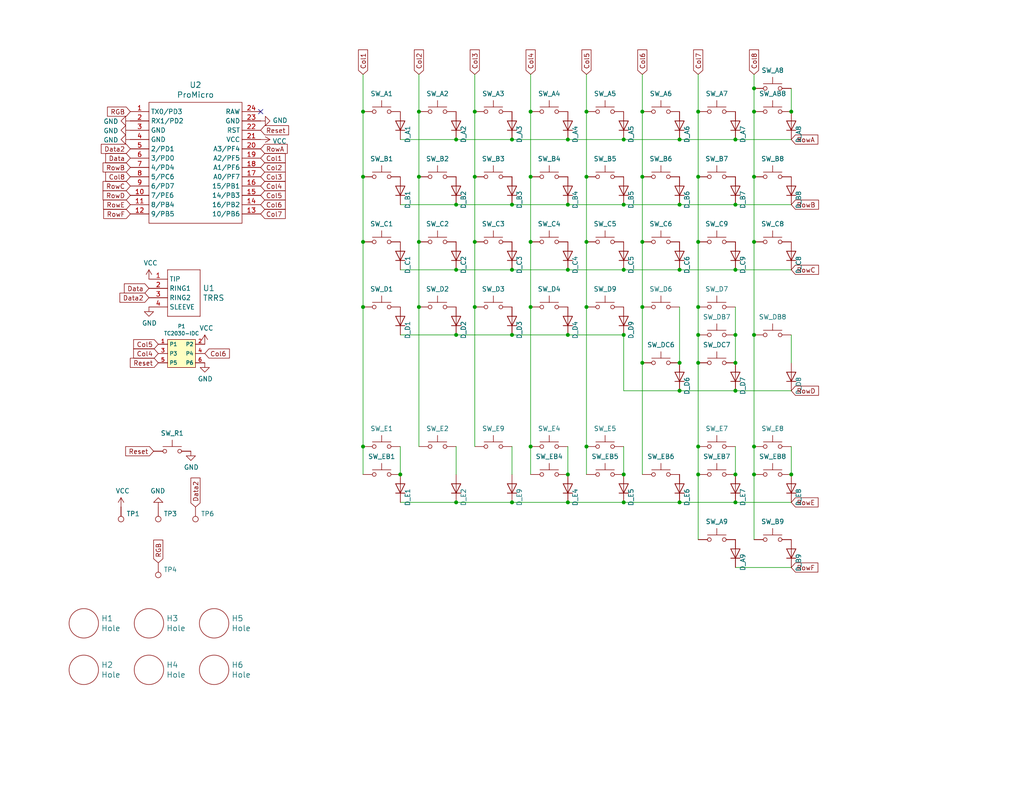
<source format=kicad_sch>
(kicad_sch (version 20230121) (generator eeschema)
  (paper "USLetter")
  (lib_symbols
    (symbol "Switch:SW_Push" (pin_numbers hide) (pin_names hide)
      (property "Reference" "SW" (at 1.27 2.54 0))
      (property "Value" "SW_Push" (at 0 -1.524 0))
      (symbol "SW_Push_0_1"
        (circle (center -2.032 0) (radius 0.508))
        (polyline (pts (xy 0 1.27) (xy 0 3.048)))
        (polyline (pts (xy 2.54 1.27) (xy -2.54 1.27)))
        (circle (center 2.032 0) (radius 0.508))
        (pin passive line (at -5.08 0 0) (length 2.54) (name "1") (number "1"))
        (pin passive line (at 5.08 0 180) (length 2.54) (name "2") (number "2"))
      )
    )
    (symbol "keebio:Hole"
      (property "Reference" "H" (at 0 -1.27 0))
      (property "Value" "Hole" (at 0 1.27 0))
      (symbol "Hole_0_1"
        (circle (center 0 0) (radius 4.0132))
      )
    )
    (symbol "keebio:ProMicro"
      (property "Reference" "U" (at 0 0 0))
      (property "Value" "ProMicro" (at 0 -19.05 0))
      (symbol "ProMicro_0_1"
        (rectangle (start -12.7 -16.51) (end 12.7 16.51))
      )
      (symbol "ProMicro_1_1"
        (pin input line (at -17.78 13.97 0) (length 5.08) (name "TX0/PD3") (number "1"))
        (pin input line (at -17.78 -8.89 0) (length 5.08) (name "7/PE6") (number "10"))
        (pin input line (at -17.78 -11.43 0) (length 5.08) (name "8/PB4") (number "11"))
        (pin input line (at -17.78 -13.97 0) (length 5.08) (name "9/PB5") (number "12"))
        (pin input line (at 17.78 -13.97 180) (length 5.08) (name "10/PB6") (number "13"))
        (pin input line (at 17.78 -11.43 180) (length 5.08) (name "16/PB2") (number "14"))
        (pin input line (at 17.78 -8.89 180) (length 5.08) (name "14/PB3") (number "15"))
        (pin input line (at 17.78 -6.35 180) (length 5.08) (name "15/PB1") (number "16"))
        (pin input line (at 17.78 -3.81 180) (length 5.08) (name "A0/PF7") (number "17"))
        (pin input line (at 17.78 -1.27 180) (length 5.08) (name "A1/PF6") (number "18"))
        (pin input line (at 17.78 1.27 180) (length 5.08) (name "A2/PF5") (number "19"))
        (pin input line (at -17.78 11.43 0) (length 5.08) (name "RX1/PD2") (number "2"))
        (pin input line (at 17.78 3.81 180) (length 5.08) (name "A3/PF4") (number "20"))
        (pin input line (at 17.78 6.35 180) (length 5.08) (name "VCC") (number "21"))
        (pin input line (at 17.78 8.89 180) (length 5.08) (name "RST") (number "22"))
        (pin input line (at 17.78 11.43 180) (length 5.08) (name "GND") (number "23"))
        (pin input line (at 17.78 13.97 180) (length 5.08) (name "RAW") (number "24"))
        (pin input line (at -17.78 8.89 0) (length 5.08) (name "GND") (number "3"))
        (pin input line (at -17.78 6.35 0) (length 5.08) (name "GND") (number "4"))
        (pin input line (at -17.78 3.81 0) (length 5.08) (name "2/PD1") (number "5"))
        (pin input line (at -17.78 1.27 0) (length 5.08) (name "3/PD0") (number "6"))
        (pin input line (at -17.78 -1.27 0) (length 5.08) (name "4/PD4") (number "7"))
        (pin input line (at -17.78 -3.81 0) (length 5.08) (name "5/PC6") (number "8"))
        (pin input line (at -17.78 -6.35 0) (length 5.08) (name "6/PD7") (number "9"))
      )
    )
    (symbol "power:GND" (power) (pin_names (offset 0))
      (property "Value" "GND" (at 0 -3.81 0))
      (symbol "GND_0_1"
        (polyline (pts (xy 0 0) (xy 0 -1.27) (xy 1.27 -1.27) (xy 0 -2.54) (xy -1.27 -1.27) (xy 0 -1.27)))
      )
      (symbol "GND_1_1"
        (pin power_in line (at 0 0 270) (length 0) hide (name "GND") (number "1"))
      )
    )
    (symbol "power:VCC" (power) (pin_names (offset 0))
      (property "Value" "VCC" (at 0 3.81 0))
      (symbol "VCC_0_1"
        (polyline (pts (xy -0.762 1.27) (xy 0 2.54)))
        (polyline (pts (xy 0 0) (xy 0 2.54)))
        (polyline (pts (xy 0 2.54) (xy 0.762 1.27)))
      )
      (symbol "VCC_1_1"
        (pin power_in line (at 0 0 90) (length 0) hide (name "VCC") (number "1"))
      )
    )
    (symbol "quefrency-right-65-rescue:D-device" (pin_numbers hide) (pin_names hide)
      (property "Reference" "D" (at 0 2.54 0))
      (property "Value" "D-device" (at 0 -2.54 0))
      (symbol "D-device_0_1"
        (polyline (pts (xy -1.27 1.27) (xy -1.27 -1.27)) (stroke (width 0.2032)))
        (polyline (pts (xy 1.27 0) (xy -1.27 0)))
        (polyline (pts (xy 1.27 1.27) (xy 1.27 -1.27) (xy -1.27 0) (xy 1.27 1.27)) (stroke (width 0.2032)))
      )
      (symbol "D-device_1_1"
        (pin passive line (at -3.81 0 0) (length 2.54) (name "K") (number "1"))
        (pin passive line (at 3.81 0 180) (length 2.54) (name "A") (number "2"))
      )
    )
    (symbol "quefrency-right-65-rescue:TC2030-IDC-Tag-Connect"
      (property "Reference" "P" (at -1.27 -5.08 0))
      (property "Value" "TC2030-IDC-Tag-Connect" (at 0 5.08 0))
      (symbol "TC2030-IDC-Tag-Connect_0_1"
        (rectangle (start 3.81 3.81) (end -3.81 -3.81) (fill (type background)))
      )
      (symbol "TC2030-IDC-Tag-Connect_1_1"
        (pin passive line (at -6.35 2.54 0) (length 2.54) (name "P1") (number "1"))
        (pin passive line (at 6.35 2.54 180) (length 2.54) (name "P2") (number "2"))
        (pin passive line (at -6.35 0 0) (length 2.54) (name "P3") (number "3"))
        (pin passive line (at 6.35 0 180) (length 2.54) (name "P4") (number "4"))
        (pin passive line (at -6.35 -2.54 0) (length 2.54) (name "P5") (number "5"))
        (pin passive line (at 6.35 -2.54 180) (length 2.54) (name "P6") (number "6"))
      )
    )
    (symbol "quefrency-right-65-rescue:TRRS-keebio"
      (property "Reference" "U" (at 0 15.24 0))
      (property "Value" "TRRS-keebio" (at 0 -2.54 0))
      (symbol "TRRS-keebio_0_1"
        (rectangle (start -3.81 0) (end -3.81 12.7))
        (rectangle (start -3.81 12.7) (end 5.08 12.7))
        (rectangle (start 5.08 0) (end -3.81 0))
        (rectangle (start 5.08 12.7) (end 5.08 0))
      )
      (symbol "TRRS-keebio_1_1"
        (pin input line (at -8.89 10.16 0) (length 5.08) (name "TIP") (number "1"))
        (pin input line (at -8.89 7.62 0) (length 5.08) (name "RING1") (number "2"))
        (pin input line (at -8.89 5.08 0) (length 5.08) (name "RING2") (number "3"))
        (pin input line (at -8.89 2.54 0) (length 5.08) (name "SLEEVE") (number "4"))
      )
    )
    (symbol "quefrency-right-65-rescue:Test_Point-Connector" (pin_numbers hide) (pin_names (offset 0.762) hide)
      (property "Reference" "TP" (at 0 6.858 0))
      (property "Value" "Test_Point-Connector" (at 0 5.08 0))
      (symbol "Test_Point-Connector_0_1"
        (circle (center 0 3.302) (radius 0.762))
      )
      (symbol "Test_Point-Connector_1_1"
        (pin passive line (at 0 0 90) (length 2.54) (name "1") (number "1"))
      )
    )
  )
  (junction (at 205.74 24.13))
  (junction (at 154.94 55.88))
  (junction (at 185.42 73.66))
  (junction (at 109.22 129.54))
  (junction (at 185.42 55.88))
  (junction (at 154.94 129.54))
  (junction (at 190.5 48.26))
  (junction (at 114.3 66.04))
  (junction (at 170.18 137.16))
  (junction (at 160.02 66.04))
  (junction (at 154.94 73.66))
  (junction (at 99.06 83.82))
  (junction (at 129.54 83.82))
  (junction (at 175.26 30.48))
  (junction (at 99.06 30.48))
  (junction (at 99.06 66.04))
  (junction (at 200.66 106.68))
  (junction (at 144.78 30.48))
  (junction (at 200.66 91.44))
  (junction (at 99.06 121.92))
  (junction (at 200.66 99.06))
  (junction (at 139.7 73.66))
  (junction (at 175.26 83.82))
  (junction (at 205.74 129.54))
  (junction (at 114.3 30.48))
  (junction (at 160.02 121.92))
  (junction (at 99.06 48.26))
  (junction (at 200.66 55.88))
  (junction (at 205.74 30.48))
  (junction (at 185.42 38.1))
  (junction (at 139.7 137.16))
  (junction (at 205.74 91.44))
  (junction (at 200.66 137.16))
  (junction (at 215.9 129.54))
  (junction (at 160.02 30.48))
  (junction (at 170.18 73.66))
  (junction (at 175.26 99.06))
  (junction (at 139.7 91.44))
  (junction (at 129.54 66.04))
  (junction (at 154.94 38.1))
  (junction (at 205.74 121.92))
  (junction (at 205.74 66.04))
  (junction (at 190.5 66.04))
  (junction (at 144.78 66.04))
  (junction (at 144.78 121.92))
  (junction (at 129.54 30.48))
  (junction (at 154.94 91.44))
  (junction (at 200.66 73.66))
  (junction (at 190.5 121.92))
  (junction (at 124.46 38.1))
  (junction (at 160.02 48.26))
  (junction (at 114.3 83.82))
  (junction (at 124.46 137.16))
  (junction (at 185.42 99.06))
  (junction (at 154.94 137.16))
  (junction (at 205.74 48.26))
  (junction (at 200.66 38.1))
  (junction (at 124.46 73.66))
  (junction (at 215.9 30.48))
  (junction (at 160.02 83.82))
  (junction (at 190.5 91.44))
  (junction (at 144.78 48.26))
  (junction (at 200.66 129.54))
  (junction (at 144.78 83.82))
  (junction (at 170.18 91.44))
  (junction (at 185.42 137.16))
  (junction (at 129.54 48.26))
  (junction (at 190.5 30.48))
  (junction (at 175.26 66.04))
  (junction (at 170.18 38.1))
  (junction (at 170.18 55.88))
  (junction (at 124.46 55.88))
  (junction (at 190.5 83.82))
  (junction (at 190.5 129.54))
  (junction (at 170.18 129.54))
  (junction (at 190.5 99.06))
  (junction (at 124.46 91.44))
  (junction (at 185.42 106.68))
  (junction (at 139.7 55.88))
  (junction (at 114.3 48.26))
  (junction (at 175.26 48.26))
  (junction (at 139.7 38.1))
  (no_connect (at 71.12 30.48))
  (wire (pts (xy 139.7 38.1) (xy 124.46 38.1)))
  (wire (pts (xy 205.74 66.04) (xy 205.74 48.26)))
  (wire (pts (xy 114.3 48.26) (xy 114.3 30.48)))
  (wire (pts (xy 175.26 48.26) (xy 175.26 30.48)))
  (wire (pts (xy 124.46 91.44) (xy 139.7 91.44)))
  (wire (pts (xy 205.74 66.04) (xy 205.74 91.44)))
  (wire (pts (xy 170.18 137.16) (xy 185.42 137.16)))
  (wire (pts (xy 170.18 38.1) (xy 154.94 38.1)))
  (wire (pts (xy 190.5 129.54) (xy 190.5 121.92)))
  (wire (pts (xy 170.18 73.66) (xy 185.42 73.66)))
  (wire (pts (xy 139.7 137.16) (xy 154.94 137.16)))
  (wire (pts (xy 99.06 30.48) (xy 99.06 20.32)))
  (wire (pts (xy 160.02 30.48) (xy 160.02 20.32)))
  (wire (pts (xy 205.74 147.32) (xy 205.74 129.54)))
  (wire (pts (xy 160.02 83.82) (xy 160.02 66.04)))
  (wire (pts (xy 144.78 66.04) (xy 144.78 48.26)))
  (wire (pts (xy 124.46 137.16) (xy 139.7 137.16)))
  (wire (pts (xy 124.46 38.1) (xy 109.22 38.1)))
  (wire (pts (xy 200.66 73.66) (xy 215.9 73.66)))
  (wire (pts (xy 154.94 137.16) (xy 170.18 137.16)))
  (wire (pts (xy 129.54 83.82) (xy 129.54 66.04)))
  (wire (pts (xy 205.74 48.26) (xy 205.74 30.48)))
  (wire (pts (xy 114.3 66.04) (xy 114.3 48.26)))
  (wire (pts (xy 200.66 106.68) (xy 215.9 106.68)))
  (wire (pts (xy 205.74 91.44) (xy 205.74 121.92)))
  (wire (pts (xy 200.66 91.44) (xy 200.66 99.06)))
  (wire (pts (xy 175.26 30.48) (xy 175.26 20.32)))
  (wire (pts (xy 99.06 66.04) (xy 99.06 83.82)))
  (wire (pts (xy 144.78 30.48) (xy 144.78 20.32)))
  (wire (pts (xy 185.42 83.82) (xy 185.42 99.06)))
  (wire (pts (xy 139.7 55.88) (xy 154.94 55.88)))
  (wire (pts (xy 200.66 55.88) (xy 215.9 55.88)))
  (wire (pts (xy 215.9 129.54) (xy 215.9 121.92)))
  (wire (pts (xy 170.18 129.54) (xy 170.18 121.92)))
  (wire (pts (xy 139.7 73.66) (xy 154.94 73.66)))
  (wire (pts (xy 205.74 129.54) (xy 205.74 121.92)))
  (wire (pts (xy 99.06 129.54) (xy 99.06 121.92)))
  (wire (pts (xy 109.22 55.88) (xy 124.46 55.88)))
  (wire (pts (xy 190.5 48.26) (xy 190.5 30.48)))
  (wire (pts (xy 144.78 121.92) (xy 144.78 83.82)))
  (wire (pts (xy 185.42 55.88) (xy 200.66 55.88)))
  (wire (pts (xy 185.42 137.16) (xy 200.66 137.16)))
  (wire (pts (xy 160.02 66.04) (xy 160.02 48.26)))
  (wire (pts (xy 144.78 48.26) (xy 144.78 30.48)))
  (wire (pts (xy 200.66 154.94) (xy 215.9 154.94)))
  (wire (pts (xy 185.42 73.66) (xy 200.66 73.66)))
  (wire (pts (xy 205.74 24.13) (xy 205.74 20.32)))
  (wire (pts (xy 124.46 55.88) (xy 139.7 55.88)))
  (wire (pts (xy 99.06 48.26) (xy 99.06 66.04)))
  (wire (pts (xy 190.5 147.32) (xy 190.5 129.54)))
  (wire (pts (xy 215.9 30.48) (xy 215.9 24.13)))
  (wire (pts (xy 200.66 38.1) (xy 185.42 38.1)))
  (wire (pts (xy 185.42 38.1) (xy 170.18 38.1)))
  (wire (pts (xy 154.94 73.66) (xy 170.18 73.66)))
  (wire (pts (xy 129.54 30.48) (xy 129.54 20.32)))
  (wire (pts (xy 154.94 91.44) (xy 170.18 91.44)))
  (wire (pts (xy 185.42 106.68) (xy 200.66 106.68)))
  (wire (pts (xy 190.5 66.04) (xy 190.5 48.26)))
  (wire (pts (xy 190.5 83.82) (xy 190.5 66.04)))
  (wire (pts (xy 175.26 83.82) (xy 175.26 99.06)))
  (wire (pts (xy 109.22 91.44) (xy 124.46 91.44)))
  (wire (pts (xy 129.54 66.04) (xy 129.54 48.26)))
  (wire (pts (xy 114.3 30.48) (xy 114.3 20.32)))
  (wire (pts (xy 200.66 129.54) (xy 200.66 121.92)))
  (wire (pts (xy 200.66 38.1) (xy 215.9 38.1)))
  (wire (pts (xy 114.3 121.92) (xy 114.3 83.82)))
  (wire (pts (xy 160.02 121.92) (xy 160.02 83.82)))
  (wire (pts (xy 144.78 83.82) (xy 144.78 66.04)))
  (wire (pts (xy 109.22 73.66) (xy 124.46 73.66)))
  (wire (pts (xy 144.78 129.54) (xy 144.78 121.92)))
  (wire (pts (xy 175.26 99.06) (xy 175.26 129.54)))
  (wire (pts (xy 154.94 55.88) (xy 170.18 55.88)))
  (wire (pts (xy 99.06 83.82) (xy 99.06 121.92)))
  (wire (pts (xy 139.7 91.44) (xy 154.94 91.44)))
  (wire (pts (xy 170.18 55.88) (xy 185.42 55.88)))
  (wire (pts (xy 175.26 83.82) (xy 175.26 66.04)))
  (wire (pts (xy 109.22 137.16) (xy 124.46 137.16)))
  (wire (pts (xy 109.22 121.92) (xy 109.22 129.54)))
  (wire (pts (xy 139.7 129.54) (xy 139.7 121.92)))
  (wire (pts (xy 124.46 121.92) (xy 124.46 129.54)))
  (wire (pts (xy 129.54 48.26) (xy 129.54 30.48)))
  (wire (pts (xy 170.18 106.68) (xy 185.42 106.68)))
  (wire (pts (xy 190.5 121.92) (xy 190.5 99.06)))
  (wire (pts (xy 175.26 66.04) (xy 175.26 48.26)))
  (wire (pts (xy 154.94 129.54) (xy 154.94 121.92)))
  (wire (pts (xy 160.02 129.54) (xy 160.02 121.92)))
  (wire (pts (xy 205.74 24.13) (xy 205.74 30.48)))
  (wire (pts (xy 154.94 38.1) (xy 139.7 38.1)))
  (wire (pts (xy 124.46 73.66) (xy 139.7 73.66)))
  (wire (pts (xy 200.66 83.82) (xy 200.66 91.44)))
  (wire (pts (xy 215.9 91.44) (xy 215.9 99.06)))
  (wire (pts (xy 160.02 48.26) (xy 160.02 30.48)))
  (wire (pts (xy 114.3 66.04) (xy 114.3 83.82)))
  (wire (pts (xy 190.5 99.06) (xy 190.5 91.44)))
  (wire (pts (xy 190.5 30.48) (xy 190.5 20.32)))
  (wire (pts (xy 129.54 121.92) (xy 129.54 83.82)))
  (wire (pts (xy 200.66 137.16) (xy 215.9 137.16)))
  (wire (pts (xy 170.18 91.44) (xy 170.18 106.68)))
  (wire (pts (xy 190.5 83.82) (xy 190.5 91.44)))
  (wire (pts (xy 99.06 48.26) (xy 99.06 30.48)))
  (global_label "RGB" (shape input) (at 35.56 30.48 180) (property "Intersheetrefs" "${INTERSHEET_REFS}" (effects hide)))
  (global_label "Col4" (shape input) (at 144.78 20.32 90) (property "Intersheetrefs" "${INTERSHEET_REFS}" (effects hide)))
  (global_label "Col7" (shape input) (at 71.12 58.42 0) (property "Intersheetrefs" "${INTERSHEET_REFS}" (effects hide)))
  (global_label "Reset" (shape input) (at 71.12 35.56 0) (property "Intersheetrefs" "${INTERSHEET_REFS}" (effects hide)))
  (global_label "RowD" (shape input) (at 35.56 53.34 180) (property "Intersheetrefs" "${INTERSHEET_REFS}" (effects hide)))
  (global_label "Col2" (shape input) (at 71.12 45.72 0) (property "Intersheetrefs" "${INTERSHEET_REFS}" (effects hide)))
  (global_label "RowE" (shape input) (at 35.56 55.88 180) (property "Intersheetrefs" "${INTERSHEET_REFS}" (effects hide)))
  (global_label "Reset" (shape input) (at 43.18 99.06 180) (property "Intersheetrefs" "${INTERSHEET_REFS}" (effects hide)))
  (global_label "Data2" (shape input) (at 40.64 81.28 180) (property "Intersheetrefs" "${INTERSHEET_REFS}" (effects hide)))
  (global_label "Col4" (shape input) (at 43.18 96.52 180) (property "Intersheetrefs" "${INTERSHEET_REFS}" (effects hide)))
  (global_label "RowB" (shape input) (at 215.9 55.88 0) (property "Intersheetrefs" "${INTERSHEET_REFS}" (effects hide)))
  (global_label "RowF" (shape input) (at 35.56 58.42 180) (property "Intersheetrefs" "${INTERSHEET_REFS}" (effects hide)))
  (global_label "Col1" (shape input) (at 99.06 20.32 90) (property "Intersheetrefs" "${INTERSHEET_REFS}" (effects hide)))
  (global_label "Data" (shape input) (at 35.56 43.18 180) (property "Intersheetrefs" "${INTERSHEET_REFS}" (effects hide)))
  (global_label "RowA" (shape input) (at 71.12 40.64 0) (property "Intersheetrefs" "${INTERSHEET_REFS}" (effects hide)))
  (global_label "Col3" (shape input) (at 71.12 48.26 0) (property "Intersheetrefs" "${INTERSHEET_REFS}" (effects hide)))
  (global_label "RowC" (shape input) (at 215.9 73.66 0) (property "Intersheetrefs" "${INTERSHEET_REFS}" (effects hide)))
  (global_label "Col5" (shape input) (at 43.18 93.98 180) (property "Intersheetrefs" "${INTERSHEET_REFS}" (effects hide)))
  (global_label "Col4" (shape input) (at 71.12 50.8 0) (property "Intersheetrefs" "${INTERSHEET_REFS}" (effects hide)))
  (global_label "Col1" (shape input) (at 71.12 43.18 0) (property "Intersheetrefs" "${INTERSHEET_REFS}" (effects hide)))
  (global_label "Col7" (shape input) (at 190.5 20.32 90) (property "Intersheetrefs" "${INTERSHEET_REFS}" (effects hide)))
  (global_label "Data2" (shape input) (at 53.34 138.43 90) (property "Intersheetrefs" "${INTERSHEET_REFS}" (effects hide)))
  (global_label "RowB" (shape input) (at 35.56 45.72 180) (property "Intersheetrefs" "${INTERSHEET_REFS}" (effects hide)))
  (global_label "Reset" (shape input) (at 41.91 123.19 180) (property "Intersheetrefs" "${INTERSHEET_REFS}" (effects hide)))
  (global_label "RowA" (shape input) (at 215.9 38.1 0) (property "Intersheetrefs" "${INTERSHEET_REFS}" (effects hide)))
  (global_label "RowD" (shape input) (at 215.9 106.68 0) (property "Intersheetrefs" "${INTERSHEET_REFS}" (effects hide)))
  (global_label "Col6" (shape input) (at 71.12 55.88 0) (property "Intersheetrefs" "${INTERSHEET_REFS}" (effects hide)))
  (global_label "RowF" (shape input) (at 215.9 154.94 0) (property "Intersheetrefs" "${INTERSHEET_REFS}" (effects hide)))
  (global_label "Col6" (shape input) (at 55.88 96.52 0) (property "Intersheetrefs" "${INTERSHEET_REFS}" (effects hide)))
  (global_label "Data" (shape input) (at 40.64 78.74 180) (property "Intersheetrefs" "${INTERSHEET_REFS}" (effects hide)))
  (global_label "Col8" (shape input) (at 35.56 48.26 180) (property "Intersheetrefs" "${INTERSHEET_REFS}" (effects hide)))
  (global_label "Col6" (shape input) (at 175.26 20.32 90) (property "Intersheetrefs" "${INTERSHEET_REFS}" (effects hide)))
  (global_label "Col5" (shape input) (at 160.02 20.32 90) (property "Intersheetrefs" "${INTERSHEET_REFS}" (effects hide)))
  (global_label "RGB" (shape input) (at 43.18 153.67 90) (property "Intersheetrefs" "${INTERSHEET_REFS}" (effects hide)))
  (global_label "RowC" (shape input) (at 35.56 50.8 180) (property "Intersheetrefs" "${INTERSHEET_REFS}" (effects hide)))
  (global_label "Col3" (shape input) (at 129.54 20.32 90) (property "Intersheetrefs" "${INTERSHEET_REFS}" (effects hide)))
  (global_label "Col8" (shape input) (at 205.74 20.32 90) (property "Intersheetrefs" "${INTERSHEET_REFS}" (effects hide)))
  (global_label "RowE" (shape input) (at 215.9 137.16 0) (property "Intersheetrefs" "${INTERSHEET_REFS}" (effects hide)))
  (global_label "Col2" (shape input) (at 114.3 20.32 90) (property "Intersheetrefs" "${INTERSHEET_REFS}" (effects hide)))
  (global_label "Data2" (shape input) (at 35.56 40.64 180) (property "Intersheetrefs" "${INTERSHEET_REFS}" (effects hide)))
  (global_label "Col5" (shape input) (at 71.12 53.34 0) (property "Intersheetrefs" "${INTERSHEET_REFS}" (effects hide)))
  (symbol (lib_id "keebio:ProMicro") (at 53.34 44.45 0) (unit 1)
    (property "Reference" "U2" (at 53.34 23.1902 0) (effects (font (size 1.524 1.524))))
    (property "Value" "ProMicro" (at 53.34 25.8826 0) (effects (font (size 1.524 1.524))))
    (property "Footprint" "Keebio-Parts:ArduinoProMicro-ZigZag" (effects hide))
  )
  (symbol (lib_id "quefrency-right-65-rescue:TRRS-keebio") (at 49.53 86.36 0) (unit 1)
    (property "Reference" "U1" (at 55.3212 78.6638 0) (effects (font (size 1.524 1.524)) (justify left)))
    (property "Value" "TRRS" (at 55.3212 81.3562 0) (effects (font (size 1.524 1.524)) (justify left)))
    (property "Footprint" "Keebio-Parts:TRRS-PJ-320A" (effects hide))
  )
  (symbol (lib_id "quefrency-right-65-rescue:TC2030-IDC-Tag-Connect") (at 49.53 96.52 0) (unit 1)
    (property "Reference" "P1" (at 49.53 89.1032 0) (effects (font (size 1.016 1.016))))
    (property "Value" "TC2030-IDC" (at 49.53 91.0336 0) (effects (font (size 1.016 1.016))))
    (property "Footprint" "Tag-Connect:TC2030-NL_SMALL" (effects hide))
  )
  (symbol (lib_id "power:GND") (at 35.56 35.56 270) (unit 1)
    (property "Reference" "#PWR0102" (effects hide))
    (property "Value" "GND" (at 32.3088 35.687 90) (effects (justify right)))
  )
  (symbol (lib_id "power:GND") (at 35.56 38.1 270) (unit 1)
    (property "Reference" "#PWR0103" (effects hide))
    (property "Value" "GND" (at 32.3088 38.227 90) (effects (justify right)))
  )
  (symbol (lib_id "Switch:SW_Push") (at 104.14 30.48 0) (unit 1)
    (property "Reference" "SW_A1" (at 104.14 25.5778 0))
    (property "Value" "SW_Push" (effects hide))
    (property "Footprint" "MX_Alps_Hybrid:MX-1U-NoLED" (effects hide))
  )
  (symbol (lib_id "quefrency-right-65-rescue:D-device") (at 109.22 34.29 90) (unit 1)
    (property "Reference" "D_A1" (at 111.2266 34.29 0) (effects (justify right)))
    (property "Value" "D" (effects hide))
    (property "Footprint" "Keebio-Parts:Diode-Hybrid-Back" (effects hide))
  )
  (symbol (lib_id "Switch:SW_Push") (at 119.38 30.48 0) (unit 1)
    (property "Reference" "SW_A2" (at 119.38 25.5778 0))
    (property "Value" "SW_Push" (effects hide))
    (property "Footprint" "MX_Alps_Hybrid:MX-1U-NoLED" (effects hide))
  )
  (symbol (lib_id "quefrency-right-65-rescue:D-device") (at 124.46 34.29 90) (unit 1)
    (property "Reference" "D_A2" (at 126.4666 34.29 0) (effects (justify right)))
    (property "Value" "D" (effects hide))
    (property "Footprint" "Keebio-Parts:Diode-Hybrid-Back" (effects hide))
  )
  (symbol (lib_id "Switch:SW_Push") (at 134.62 30.48 0) (unit 1)
    (property "Reference" "SW_A3" (at 134.62 25.5778 0))
    (property "Value" "SW_Push" (effects hide))
    (property "Footprint" "MX_Alps_Hybrid:MX-1U-NoLED" (effects hide))
  )
  (symbol (lib_id "quefrency-right-65-rescue:D-device") (at 139.7 34.29 90) (unit 1)
    (property "Reference" "D_A3" (at 141.7066 34.29 0) (effects (justify right)))
    (property "Value" "D" (effects hide))
    (property "Footprint" "Keebio-Parts:Diode-Hybrid-Back" (effects hide))
  )
  (symbol (lib_id "Switch:SW_Push") (at 149.86 30.48 0) (unit 1)
    (property "Reference" "SW_A4" (at 149.86 25.5778 0))
    (property "Value" "SW_Push" (effects hide))
    (property "Footprint" "MX_Alps_Hybrid:MX-1U-NoLED" (effects hide))
  )
  (symbol (lib_id "quefrency-right-65-rescue:D-device") (at 154.94 34.29 90) (unit 1)
    (property "Reference" "D_A4" (at 156.9466 34.29 0) (effects (justify right)))
    (property "Value" "D" (effects hide))
    (property "Footprint" "Keebio-Parts:Diode-Hybrid-Back" (effects hide))
  )
  (symbol (lib_id "Switch:SW_Push") (at 165.1 30.48 0) (unit 1)
    (property "Reference" "SW_A5" (at 165.1 25.5778 0))
    (property "Value" "SW_Push" (effects hide))
    (property "Footprint" "MX_Alps_Hybrid:MX-1U-NoLED" (effects hide))
  )
  (symbol (lib_id "quefrency-right-65-rescue:D-device") (at 170.18 34.29 90) (unit 1)
    (property "Reference" "D_A5" (at 172.1866 34.29 0) (effects (justify right)))
    (property "Value" "D" (effects hide))
    (property "Footprint" "Keebio-Parts:Diode-Hybrid-Back" (effects hide))
  )
  (symbol (lib_id "Switch:SW_Push") (at 180.34 30.48 0) (unit 1)
    (property "Reference" "SW_A6" (at 180.34 25.5778 0))
    (property "Value" "SW_Push" (effects hide))
    (property "Footprint" "MX_Alps_Hybrid:MX-1U-NoLED" (effects hide))
  )
  (symbol (lib_id "quefrency-right-65-rescue:D-device") (at 185.42 34.29 90) (unit 1)
    (property "Reference" "D_A6" (at 187.4266 34.29 0) (effects (justify right)))
    (property "Value" "D" (effects hide))
    (property "Footprint" "Keebio-Parts:Diode-Hybrid-Back" (effects hide))
  )
  (symbol (lib_id "Switch:SW_Push") (at 195.58 30.48 0) (unit 1)
    (property "Reference" "SW_A7" (at 195.58 25.5778 0))
    (property "Value" "SW_Push" (effects hide))
    (property "Footprint" "MX_Alps_Hybrid:MX-1U-NoLED" (effects hide))
  )
  (symbol (lib_id "quefrency-right-65-rescue:D-device") (at 200.66 34.29 90) (unit 1)
    (property "Reference" "D_A7" (at 202.6666 34.29 0) (effects (justify right)))
    (property "Value" "D" (effects hide))
    (property "Footprint" "Keebio-Parts:Diode-Hybrid-Back" (effects hide))
  )
  (symbol (lib_id "Switch:SW_Push") (at 104.14 48.26 0) (unit 1)
    (property "Reference" "SW_B1" (at 104.14 43.3578 0))
    (property "Value" "SW_Push" (effects hide))
    (property "Footprint" "MX_Alps_Hybrid:MX-1U-NoLED" (effects hide))
  )
  (symbol (lib_id "quefrency-right-65-rescue:D-device") (at 109.22 52.07 90) (unit 1)
    (property "Reference" "D_B1" (at 111.2266 52.07 0) (effects (justify right)))
    (property "Value" "D" (effects hide))
    (property "Footprint" "Keebio-Parts:Diode-Hybrid-Back" (effects hide))
  )
  (symbol (lib_id "Switch:SW_Push") (at 119.38 48.26 0) (unit 1)
    (property "Reference" "SW_B2" (at 119.38 43.3578 0))
    (property "Value" "SW_Push" (effects hide))
    (property "Footprint" "MX_Alps_Hybrid:MX-1U-NoLED" (effects hide))
  )
  (symbol (lib_id "quefrency-right-65-rescue:D-device") (at 124.46 52.07 90) (unit 1)
    (property "Reference" "D_B2" (at 126.4666 52.07 0) (effects (justify right)))
    (property "Value" "D" (effects hide))
    (property "Footprint" "Keebio-Parts:Diode-Hybrid-Back" (effects hide))
  )
  (symbol (lib_id "Switch:SW_Push") (at 134.62 48.26 0) (unit 1)
    (property "Reference" "SW_B3" (at 134.62 43.3578 0))
    (property "Value" "SW_Push" (effects hide))
    (property "Footprint" "MX_Alps_Hybrid:MX-1U-NoLED" (effects hide))
  )
  (symbol (lib_id "quefrency-right-65-rescue:D-device") (at 139.7 52.07 90) (unit 1)
    (property "Reference" "D_B3" (at 141.7066 52.07 0) (effects (justify right)))
    (property "Value" "D" (effects hide))
    (property "Footprint" "Keebio-Parts:Diode-Hybrid-Back" (effects hide))
  )
  (symbol (lib_id "Switch:SW_Push") (at 149.86 48.26 0) (unit 1)
    (property "Reference" "SW_B4" (at 149.86 43.3578 0))
    (property "Value" "SW_Push" (effects hide))
    (property "Footprint" "MX_Alps_Hybrid:MX-1U-NoLED" (effects hide))
  )
  (symbol (lib_id "quefrency-right-65-rescue:D-device") (at 154.94 52.07 90) (unit 1)
    (property "Reference" "D_B4" (at 156.9466 52.07 0) (effects (justify right)))
    (property "Value" "D" (effects hide))
    (property "Footprint" "Keebio-Parts:Diode-Hybrid-Back" (effects hide))
  )
  (symbol (lib_id "Switch:SW_Push") (at 165.1 48.26 0) (unit 1)
    (property "Reference" "SW_B5" (at 165.1 43.3578 0))
    (property "Value" "SW_Push" (effects hide))
    (property "Footprint" "MX_Alps_Hybrid:MX-1U-NoLED" (effects hide))
  )
  (symbol (lib_id "quefrency-right-65-rescue:D-device") (at 170.18 52.07 90) (unit 1)
    (property "Reference" "D_B5" (at 172.1866 52.07 0) (effects (justify right)))
    (property "Value" "D" (effects hide))
    (property "Footprint" "Keebio-Parts:Diode-Hybrid-Back" (effects hide))
  )
  (symbol (lib_id "Switch:SW_Push") (at 180.34 48.26 0) (unit 1)
    (property "Reference" "SW_B6" (at 180.34 43.3578 0))
    (property "Value" "SW_Push" (effects hide))
    (property "Footprint" "MX_Alps_Hybrid:MX-1U-NoLED" (effects hide))
  )
  (symbol (lib_id "quefrency-right-65-rescue:D-device") (at 185.42 52.07 90) (unit 1)
    (property "Reference" "D_B6" (at 187.4266 52.07 0) (effects (justify right)))
    (property "Value" "D" (effects hide))
    (property "Footprint" "Keebio-Parts:Diode-Hybrid-Back" (effects hide))
  )
  (symbol (lib_id "Switch:SW_Push") (at 104.14 66.04 0) (unit 1)
    (property "Reference" "SW_C1" (at 104.14 61.1378 0))
    (property "Value" "SW_Push" (effects hide))
    (property "Footprint" "MX_Alps_Hybrid:MX-1U-NoLED" (effects hide))
  )
  (symbol (lib_id "quefrency-right-65-rescue:D-device") (at 109.22 69.85 90) (unit 1)
    (property "Reference" "D_C1" (at 111.2266 69.85 0) (effects (justify right)))
    (property "Value" "D" (effects hide))
    (property "Footprint" "Keebio-Parts:Diode-Hybrid-Back" (effects hide))
  )
  (symbol (lib_id "Switch:SW_Push") (at 119.38 66.04 0) (unit 1)
    (property "Reference" "SW_C2" (at 119.38 61.1378 0))
    (property "Value" "SW_Push" (effects hide))
    (property "Footprint" "MX_Alps_Hybrid:MX-1U-NoLED" (effects hide))
  )
  (symbol (lib_id "quefrency-right-65-rescue:D-device") (at 124.46 69.85 90) (unit 1)
    (property "Reference" "D_C2" (at 126.4666 69.85 0) (effects (justify right)))
    (property "Value" "D" (effects hide))
    (property "Footprint" "Keebio-Parts:Diode-Hybrid-Back" (effects hide))
  )
  (symbol (lib_id "Switch:SW_Push") (at 134.62 66.04 0) (unit 1)
    (property "Reference" "SW_C3" (at 134.62 61.1378 0))
    (property "Value" "SW_Push" (effects hide))
    (property "Footprint" "MX_Alps_Hybrid:MX-1U-NoLED" (effects hide))
  )
  (symbol (lib_id "quefrency-right-65-rescue:D-device") (at 139.7 69.85 90) (unit 1)
    (property "Reference" "D_C3" (at 141.7066 69.85 0) (effects (justify right)))
    (property "Value" "D" (effects hide))
    (property "Footprint" "Keebio-Parts:Diode-Hybrid-Back" (effects hide))
  )
  (symbol (lib_id "Switch:SW_Push") (at 149.86 66.04 0) (unit 1)
    (property "Reference" "SW_C4" (at 149.86 61.1378 0))
    (property "Value" "SW_Push" (effects hide))
    (property "Footprint" "MX_Alps_Hybrid:MX-1U-NoLED" (effects hide))
  )
  (symbol (lib_id "quefrency-right-65-rescue:D-device") (at 154.94 69.85 90) (unit 1)
    (property "Reference" "D_C4" (at 156.9466 69.85 0) (effects (justify right)))
    (property "Value" "D" (effects hide))
    (property "Footprint" "Keebio-Parts:Diode-Hybrid-Back" (effects hide))
  )
  (symbol (lib_id "Switch:SW_Push") (at 165.1 66.04 0) (unit 1)
    (property "Reference" "SW_C5" (at 165.1 61.1378 0))
    (property "Value" "SW_Push" (effects hide))
    (property "Footprint" "MX_Alps_Hybrid:MX-1U-NoLED" (effects hide))
  )
  (symbol (lib_id "quefrency-right-65-rescue:D-device") (at 170.18 69.85 90) (unit 1)
    (property "Reference" "D_C5" (at 172.1866 69.85 0) (effects (justify right)))
    (property "Value" "D" (effects hide))
    (property "Footprint" "Keebio-Parts:Diode-Hybrid-Back" (effects hide))
  )
  (symbol (lib_id "Switch:SW_Push") (at 180.34 66.04 0) (unit 1)
    (property "Reference" "SW_C6" (at 180.34 61.1378 0))
    (property "Value" "SW_Push" (effects hide))
    (property "Footprint" "MX_Alps_Hybrid:MX-1U-NoLED" (effects hide))
  )
  (symbol (lib_id "quefrency-right-65-rescue:D-device") (at 185.42 69.85 90) (unit 1)
    (property "Reference" "D_C6" (at 187.4266 69.85 0) (effects (justify right)))
    (property "Value" "D" (effects hide))
    (property "Footprint" "Keebio-Parts:Diode-Hybrid-Back" (effects hide))
  )
  (symbol (lib_id "Switch:SW_Push") (at 104.14 83.82 0) (unit 1)
    (property "Reference" "SW_D1" (at 104.14 78.9178 0))
    (property "Value" "SW_Push" (effects hide))
    (property "Footprint" "MX_Alps_Hybrid:MX-1U-NoLED" (effects hide))
  )
  (symbol (lib_id "quefrency-right-65-rescue:D-device") (at 109.22 87.63 90) (unit 1)
    (property "Reference" "D_D1" (at 111.2266 87.63 0) (effects (justify right)))
    (property "Value" "D" (effects hide))
    (property "Footprint" "Keebio-Parts:Diode-Hybrid-Back" (effects hide))
  )
  (symbol (lib_id "Switch:SW_Push") (at 134.62 83.82 0) (unit 1)
    (property "Reference" "SW_D3" (at 134.62 78.9178 0))
    (property "Value" "SW_Push" (effects hide))
    (property "Footprint" "MX_Alps_Hybrid:MX-1U-NoLED" (effects hide))
  )
  (symbol (lib_id "quefrency-right-65-rescue:D-device") (at 139.7 87.63 90) (unit 1)
    (property "Reference" "D_D3" (at 141.7066 87.63 0) (effects (justify right)))
    (property "Value" "D" (effects hide))
    (property "Footprint" "Keebio-Parts:Diode-Hybrid-Back" (effects hide))
  )
  (symbol (lib_id "Switch:SW_Push") (at 149.86 83.82 0) (unit 1)
    (property "Reference" "SW_D4" (at 149.86 78.9178 0))
    (property "Value" "SW_Push" (effects hide))
    (property "Footprint" "MX_Alps_Hybrid:MX-1U-NoLED" (effects hide))
  )
  (symbol (lib_id "quefrency-right-65-rescue:D-device") (at 154.94 87.63 90) (unit 1)
    (property "Reference" "D_D4" (at 156.9466 87.63 0) (effects (justify right)))
    (property "Value" "D" (effects hide))
    (property "Footprint" "Keebio-Parts:Diode-Hybrid-Back" (effects hide))
  )
  (symbol (lib_id "Switch:SW_Push") (at 210.82 91.44 0) (unit 1)
    (property "Reference" "SW_DB8" (at 210.82 86.5378 0))
    (property "Value" "SW_Push" (effects hide))
    (property "Footprint" "MX_Alps_Hybrid:MX-1U-NoLED" (effects hide))
  )
  (symbol (lib_id "quefrency-right-65-rescue:D-device") (at 215.9 102.87 90) (unit 1)
    (property "Reference" "D_D8" (at 217.9066 102.87 0) (effects (justify right)))
    (property "Value" "D" (effects hide))
    (property "Footprint" "Keebio-Parts:Diode-Hybrid-Back" (effects hide))
  )
  (symbol (lib_id "Switch:SW_Push") (at 180.34 83.82 0) (unit 1)
    (property "Reference" "SW_D6" (at 180.34 78.9178 0))
    (property "Value" "SW_Push" (effects hide))
    (property "Footprint" "MX_Alps_Hybrid:MX-1U-NoLED" (effects hide))
  )
  (symbol (lib_id "quefrency-right-65-rescue:D-device") (at 185.42 102.87 90) (unit 1)
    (property "Reference" "D_D6" (at 187.4266 102.87 0) (effects (justify right)))
    (property "Value" "D" (effects hide))
    (property "Footprint" "Keebio-Parts:Diode-Hybrid-Back" (effects hide))
  )
  (symbol (lib_id "Switch:SW_Push") (at 104.14 121.92 0) (unit 1)
    (property "Reference" "SW_E1" (at 104.14 117.0178 0))
    (property "Value" "SW_Push" (effects hide))
    (property "Footprint" "MX_Alps_Hybrid:MX-2.75U-ReversedStabilizers-NoLED" (effects hide))
  )
  (symbol (lib_id "quefrency-right-65-rescue:D-device") (at 109.22 133.35 90) (unit 1)
    (property "Reference" "D_E1" (at 111.2266 133.35 0) (effects (justify right)))
    (property "Value" "D" (effects hide))
    (property "Footprint" "Keebio-Parts:Diode-Hybrid-Back" (effects hide))
  )
  (symbol (lib_id "Switch:SW_Push") (at 195.58 83.82 0) (mirror y) (unit 1)
    (property "Reference" "SW_D7" (at 195.58 78.9178 0))
    (property "Value" "SW_Push" (effects hide))
    (property "Footprint" "MX_Alps_Hybrid:MX-2.75U-NoLED" (effects hide))
  )
  (symbol (lib_id "quefrency-right-65-rescue:D-device") (at 200.66 102.87 90) (unit 1)
    (property "Reference" "D_D7" (at 202.6666 102.87 0) (effects (justify right)))
    (property "Value" "D" (effects hide))
    (property "Footprint" "Keebio-Parts:Diode-Hybrid-Back" (effects hide))
  )
  (symbol (lib_id "Switch:SW_Push") (at 149.86 121.92 0) (unit 1)
    (property "Reference" "SW_E4" (at 149.86 117.0178 0))
    (property "Value" "SW_Push" (effects hide))
    (property "Footprint" "MX_Alps_Hybrid:MX-1.25U-NoLED" (effects hide))
  )
  (symbol (lib_id "quefrency-right-65-rescue:D-device") (at 154.94 133.35 90) (unit 1)
    (property "Reference" "D_E4" (at 156.9466 133.35 0) (effects (justify right)))
    (property "Value" "D" (effects hide))
    (property "Footprint" "Keebio-Parts:Diode-Hybrid-Back" (effects hide))
  )
  (symbol (lib_id "Switch:SW_Push") (at 180.34 129.54 0) (unit 1)
    (property "Reference" "SW_EB6" (at 180.34 124.6378 0))
    (property "Value" "SW_Push" (effects hide))
    (property "Footprint" "MX_Alps_Hybrid:MX-1U-NoLED" (effects hide))
  )
  (symbol (lib_id "quefrency-right-65-rescue:D-device") (at 185.42 133.35 90) (unit 1)
    (property "Reference" "D_E6" (at 187.4266 133.35 0) (effects (justify right)))
    (property "Value" "D" (effects hide))
    (property "Footprint" "Keebio-Parts:Diode-Hybrid-Back" (effects hide))
  )
  (symbol (lib_id "Switch:SW_Push") (at 165.1 121.92 0) (unit 1)
    (property "Reference" "SW_E5" (at 165.1 117.0178 0))
    (property "Value" "SW_Push" (effects hide))
    (property "Footprint" "MX_Alps_Hybrid:MX-1.25U-NoLED" (effects hide))
  )
  (symbol (lib_id "quefrency-right-65-rescue:D-device") (at 170.18 133.35 90) (unit 1)
    (property "Reference" "D_E5" (at 172.1866 133.35 0) (effects (justify right)))
    (property "Value" "D" (effects hide))
    (property "Footprint" "Keebio-Parts:Diode-Hybrid-Back" (effects hide))
  )
  (symbol (lib_id "Switch:SW_Push") (at 195.58 121.92 0) (unit 1)
    (property "Reference" "SW_E7" (at 195.58 117.0178 0))
    (property "Value" "SW_Push" (effects hide))
    (property "Footprint" "MX_Alps_Hybrid:MX-1.25U-NoLED" (effects hide))
  )
  (symbol (lib_id "quefrency-right-65-rescue:D-device") (at 200.66 133.35 90) (unit 1)
    (property "Reference" "D_E7" (at 202.6666 133.35 0) (effects (justify right)))
    (property "Value" "D" (effects hide))
    (property "Footprint" "Keebio-Parts:Diode-Hybrid-Back" (effects hide))
  )
  (symbol (lib_id "Switch:SW_Push") (at 149.86 129.54 0) (unit 1)
    (property "Reference" "SW_EB4" (at 149.86 124.6378 0))
    (property "Value" "SW_Push" (effects hide))
    (property "Footprint" "MX_Alps_Hybrid:MX-1U-NoLED" (effects hide))
  )
  (symbol (lib_id "Switch:SW_Push") (at 195.58 129.54 0) (mirror y) (unit 1)
    (property "Reference" "SW_EB7" (at 195.58 124.6378 0))
    (property "Value" "SW_Push" (effects hide))
    (property "Footprint" "MX_Alps_Hybrid:MX-1U-NoLED" (effects hide))
  )
  (symbol (lib_id "power:VCC") (at 40.64 76.2 0) (unit 1)
    (property "Reference" "#PWR0104" (effects hide))
    (property "Value" "VCC" (at 41.0718 71.8058 0))
  )
  (symbol (lib_id "power:GND") (at 40.64 83.82 0) (unit 1)
    (property "Reference" "#PWR0105" (effects hide))
    (property "Value" "GND" (at 40.767 88.2142 0))
  )
  (symbol (lib_id "power:VCC") (at 71.12 38.1 270) (unit 1)
    (property "Reference" "#PWR0108" (effects hide))
    (property "Value" "VCC" (at 74.3712 38.5318 90) (effects (justify left)))
  )
  (symbol (lib_id "power:GND") (at 71.12 33.02 90) (unit 1)
    (property "Reference" "#PWR0109" (effects hide))
    (property "Value" "GND" (at 74.3712 32.893 90) (effects (justify right)))
  )
  (symbol (lib_id "Switch:SW_Push") (at 46.99 123.19 0) (unit 1)
    (property "Reference" "SW_R1" (at 46.99 118.2878 0))
    (property "Value" "Reset" (effects hide))
    (property "Footprint" "Keebio-Parts:SW_Tactile_SPST_Angled_MJTP1117" (effects hide))
  )
  (symbol (lib_id "power:GND") (at 52.07 123.19 0) (unit 1)
    (property "Reference" "#PWR0110" (effects hide))
    (property "Value" "GND" (at 52.197 127.5842 0))
  )
  (symbol (lib_id "quefrency-right-65-rescue:Test_Point-Connector") (at 43.18 138.43 180) (unit 1)
    (property "Reference" "TP3" (at 44.6532 140.2842 0) (effects (justify right)))
    (property "Value" "GND" (effects hide))
    (property "Footprint" "Keebio-Parts:SinglePad" (effects hide))
  )
  (symbol (lib_id "power:GND") (at 43.18 138.43 180) (unit 1)
    (property "Reference" "#PWR0114" (effects hide))
    (property "Value" "GND" (at 43.053 134.0358 0))
  )
  (symbol (lib_id "power:GND") (at 55.88 99.06 0) (unit 1)
    (property "Reference" "#PWR0111" (effects hide))
    (property "Value" "GND" (at 56.007 103.4542 0))
  )
  (symbol (lib_id "keebio:Hole") (at 22.86 170.18 0) (unit 1)
    (property "Reference" "H1" (at 27.5844 168.8338 0) (effects (font (size 1.524 1.524)) (justify left)))
    (property "Value" "Hole" (at 27.5844 171.5262 0) (effects (font (size 1.524 1.524)) (justify left)))
    (property "Footprint" "Mounting_Holes:MountingHole_3.2mm_M3_ISO14580_Pad" (effects hide))
  )
  (symbol (lib_id "keebio:Hole") (at 22.86 182.88 0) (unit 1)
    (property "Reference" "H2" (at 27.5844 181.5338 0) (effects (font (size 1.524 1.524)) (justify left)))
    (property "Value" "Hole" (at 27.5844 184.2262 0) (effects (font (size 1.524 1.524)) (justify left)))
    (property "Footprint" "Mounting_Holes:MountingHole_3.2mm_M3_ISO14580_Pad" (effects hide))
  )
  (symbol (lib_id "keebio:Hole") (at 40.64 170.18 0) (unit 1)
    (property "Reference" "H3" (at 45.3644 168.8338 0) (effects (font (size 1.524 1.524)) (justify left)))
    (property "Value" "Hole" (at 45.3644 171.5262 0) (effects (font (size 1.524 1.524)) (justify left)))
    (property "Footprint" "Mounting_Holes:MountingHole_3.2mm_M3_ISO14580_Pad" (effects hide))
  )
  (symbol (lib_id "keebio:Hole") (at 40.64 182.88 0) (unit 1)
    (property "Reference" "H4" (at 45.3644 181.5338 0) (effects (font (size 1.524 1.524)) (justify left)))
    (property "Value" "Hole" (at 45.3644 184.2262 0) (effects (font (size 1.524 1.524)) (justify left)))
    (property "Footprint" "Mounting_Holes:MountingHole_3.2mm_M3_ISO14580_Pad" (effects hide))
  )
  (symbol (lib_id "keebio:Hole") (at 58.42 170.18 0) (unit 1)
    (property "Reference" "H5" (at 63.1444 168.8338 0) (effects (font (size 1.524 1.524)) (justify left)))
    (property "Value" "Hole" (at 63.1444 171.5262 0) (effects (font (size 1.524 1.524)) (justify left)))
    (property "Footprint" "Mounting_Holes:MountingHole_3.2mm_M3_ISO14580_Pad" (effects hide))
  )
  (symbol (lib_id "keebio:Hole") (at 58.42 182.88 0) (unit 1)
    (property "Reference" "H6" (at 63.1444 181.5338 0) (effects (font (size 1.524 1.524)) (justify left)))
    (property "Value" "Hole" (at 63.1444 184.2262 0) (effects (font (size 1.524 1.524)) (justify left)))
    (property "Footprint" "Mounting_Holes:MountingHole_3.2mm_M3_ISO14580_Pad" (effects hide))
  )
  (symbol (lib_id "power:VCC") (at 55.88 93.98 0) (unit 1)
    (property "Reference" "#PWR0112" (effects hide))
    (property "Value" "VCC" (at 56.3118 89.5858 0))
  )
  (symbol (lib_id "power:VCC") (at 33.02 138.43 0) (unit 1)
    (property "Reference" "#PWR0113" (effects hide))
    (property "Value" "VCC" (at 33.4518 134.0358 0))
  )
  (symbol (lib_id "quefrency-right-65-rescue:Test_Point-Connector") (at 33.02 138.43 180) (unit 1)
    (property "Reference" "TP1" (at 34.4932 140.2842 0) (effects (justify right)))
    (property "Value" "VCC" (effects hide))
    (property "Footprint" "Keebio-Parts:SinglePad" (effects hide))
  )
  (symbol (lib_id "quefrency-right-65-rescue:Test_Point-Connector") (at 53.34 138.43 180) (unit 1)
    (property "Reference" "TP6" (at 54.8132 140.2842 0) (effects (justify right)))
    (property "Value" "Extra Data" (effects hide))
    (property "Footprint" "Keebio-Parts:SinglePad" (effects hide))
  )
  (symbol (lib_id "quefrency-right-65-rescue:Test_Point-Connector") (at 43.18 153.67 180) (unit 1)
    (property "Reference" "TP4" (at 44.6532 155.5242 0) (effects (justify right)))
    (property "Value" "RGB" (effects hide))
    (property "Footprint" "Keebio-Parts:SinglePad" (effects hide))
  )
  (symbol (lib_id "power:GND") (at 35.56 33.02 270) (unit 1)
    (property "Reference" "#PWR0101" (effects hide))
    (property "Value" "GND" (at 32.3088 33.147 90) (effects (justify right)))
  )
  (symbol (lib_id "Switch:SW_Push") (at 210.82 24.13 0) (unit 1)
    (property "Reference" "SW_A8" (at 210.82 19.2278 0))
    (property "Value" "SW_Push" (effects hide))
    (property "Footprint" "MX_Alps_Hybrid:MX-2U-ReversedStabilizers-NoLED" (effects hide))
  )
  (symbol (lib_id "quefrency-right-65-rescue:D-device") (at 215.9 34.29 90) (unit 1)
    (property "Reference" "D_A8" (at 217.9066 34.29 0) (effects (justify right)))
    (property "Value" "D" (effects hide))
    (property "Footprint" "Keebio-Parts:Diode-Hybrid-Back" (effects hide))
  )
  (symbol (lib_id "Switch:SW_Push") (at 195.58 48.26 0) (unit 1)
    (property "Reference" "SW_B7" (at 195.58 43.3578 0))
    (property "Value" "SW_Push" (effects hide))
    (property "Footprint" "MX_Alps_Hybrid:MX-1U-NoLED" (effects hide))
  )
  (symbol (lib_id "quefrency-right-65-rescue:D-device") (at 200.66 52.07 90) (unit 1)
    (property "Reference" "D_B7" (at 202.6666 52.07 0) (effects (justify right)))
    (property "Value" "D" (effects hide))
    (property "Footprint" "Keebio-Parts:Diode-Hybrid-Back" (effects hide))
  )
  (symbol (lib_id "Switch:SW_Push") (at 210.82 48.26 0) (unit 1)
    (property "Reference" "SW_B8" (at 210.82 43.3578 0))
    (property "Value" "SW_Push" (effects hide))
    (property "Footprint" "MX_Alps_Hybrid:MX-1.5U-NoLED" (effects hide))
  )
  (symbol (lib_id "quefrency-right-65-rescue:D-device") (at 215.9 52.07 90) (unit 1)
    (property "Reference" "D_B8" (at 217.9066 52.07 0) (effects (justify right)))
    (property "Value" "D" (effects hide))
    (property "Footprint" "Keebio-Parts:Diode-Hybrid-Back" (effects hide))
  )
  (symbol (lib_id "Switch:SW_Push") (at 210.82 66.04 0) (unit 1)
    (property "Reference" "SW_C8" (at 210.82 61.1378 0))
    (property "Value" "SW_Push" (effects hide))
    (property "Footprint" "MX_Alps_Hybrid:MX-2.25U-NoLED" (effects hide))
  )
  (symbol (lib_id "quefrency-right-65-rescue:D-device") (at 215.9 69.85 90) (unit 1)
    (property "Reference" "D_C8" (at 217.9066 69.85 0) (effects (justify right)))
    (property "Value" "D" (effects hide))
    (property "Footprint" "Keebio-Parts:Diode-Hybrid-Back" (effects hide))
  )
  (symbol (lib_id "Switch:SW_Push") (at 119.38 83.82 0) (unit 1)
    (property "Reference" "SW_D2" (at 119.38 78.9178 0))
    (property "Value" "SW_Push" (effects hide))
    (property "Footprint" "MX_Alps_Hybrid:MX-1U-NoLED" (effects hide))
  )
  (symbol (lib_id "quefrency-right-65-rescue:D-device") (at 124.46 87.63 90) (unit 1)
    (property "Reference" "D_D2" (at 126.4666 87.63 0) (effects (justify right)))
    (property "Value" "D" (effects hide))
    (property "Footprint" "Keebio-Parts:Diode-Hybrid-Back" (effects hide))
  )
  (symbol (lib_id "Switch:SW_Push") (at 210.82 121.92 0) (unit 1)
    (property "Reference" "SW_E8" (at 210.82 117.0178 0))
    (property "Value" "SW_Push" (effects hide))
    (property "Footprint" "MX_Alps_Hybrid:MX-1.25U-NoLED" (effects hide))
  )
  (symbol (lib_id "quefrency-right-65-rescue:D-device") (at 215.9 133.35 90) (unit 1)
    (property "Reference" "D_E8" (at 217.9066 133.35 0) (effects (justify right)))
    (property "Value" "D" (effects hide))
    (property "Footprint" "Keebio-Parts:Diode-Hybrid-Back" (effects hide))
  )
  (symbol (lib_id "Switch:SW_Push") (at 210.82 129.54 0) (unit 1)
    (property "Reference" "SW_EB8" (at 210.82 124.6378 0))
    (property "Value" "SW_Push" (effects hide))
    (property "Footprint" "MX_Alps_Hybrid:MX-1U-NoLED" (effects hide))
  )
  (symbol (lib_id "Switch:SW_Push") (at 195.58 91.44 0) (unit 1)
    (property "Reference" "SW_DB7" (at 195.58 86.5378 0))
    (property "Value" "SW_Push" (effects hide))
    (property "Footprint" "MX_Alps_Hybrid:MX-1.75U-NoLED" (effects hide))
  )
  (symbol (lib_id "Switch:SW_Push") (at 180.34 99.06 0) (mirror y) (unit 1)
    (property "Reference" "SW_DC6" (at 180.34 94.1578 0))
    (property "Value" "SW_Push" (effects hide))
    (property "Footprint" "MX_Alps_Hybrid:MX-1.75U-NoLED" (effects hide))
  )
  (symbol (lib_id "Switch:SW_Push") (at 195.58 99.06 0) (mirror y) (unit 1)
    (property "Reference" "SW_DC7" (at 195.58 94.1578 0))
    (property "Value" "SW_Push" (effects hide))
    (property "Footprint" "MX_Alps_Hybrid:MX-1U-NoLED" (effects hide))
  )
  (symbol (lib_id "Switch:SW_Push") (at 210.82 30.48 0) (unit 1)
    (property "Reference" "SW_AB8" (at 210.82 25.5778 0))
    (property "Value" "SW_Push" (effects hide))
    (property "Footprint" "MX_Alps_Hybrid:MX-1U-NoLED" (effects hide))
  )
  (symbol (lib_id "Switch:SW_Push") (at 165.1 129.54 0) (mirror y) (unit 1)
    (property "Reference" "SW_EB5" (at 165.1 124.6378 0))
    (property "Value" "SW_Push" (effects hide))
    (property "Footprint" "MX_Alps_Hybrid:MX-1U-NoLED" (effects hide))
  )
  (symbol (lib_id "Switch:SW_Push") (at 104.14 129.54 0) (unit 1)
    (property "Reference" "SW_EB1" (at 104.14 124.6378 0))
    (property "Value" "SW_Push" (effects hide))
    (property "Footprint" "MX_Alps_Hybrid:MX-1.25U-NoLED" (effects hide))
  )
  (symbol (lib_id "Switch:SW_Push") (at 119.38 121.92 0) (unit 1)
    (property "Reference" "SW_E2" (at 119.38 117.0178 0))
    (property "Value" "SW_Push" (effects hide))
    (property "Footprint" "MX_Alps_Hybrid:MX-1.5U-NoLED" (effects hide))
  )
  (symbol (lib_id "quefrency-right-65-rescue:D-device") (at 124.46 133.35 90) (unit 1)
    (property "Reference" "D_E2" (at 126.4666 133.35 0) (effects (justify right)))
    (property "Value" "D" (effects hide))
    (property "Footprint" "Keebio-Parts:Diode-Hybrid-Back" (effects hide))
  )
  (symbol (lib_id "Switch:SW_Push") (at 195.58 147.32 0) (unit 1)
    (property "Reference" "SW_A9" (at 195.58 142.4178 0))
    (property "Value" "SW_Push" (effects hide))
    (property "Footprint" "MX_Alps_Hybrid:MX-1U-NoLED" (effects hide))
  )
  (symbol (lib_id "quefrency-right-65-rescue:D-device") (at 200.66 151.13 90) (unit 1)
    (property "Reference" "D_A9" (at 202.6666 151.13 0) (effects (justify right)))
    (property "Value" "D" (effects hide))
    (property "Footprint" "Keebio-Parts:Diode-Hybrid-Back" (effects hide))
  )
  (symbol (lib_id "Switch:SW_Push") (at 210.82 147.32 0) (unit 1)
    (property "Reference" "SW_B9" (at 210.82 142.4178 0))
    (property "Value" "SW_Push" (effects hide))
    (property "Footprint" "MX_Alps_Hybrid:MX-1U-NoLED" (effects hide))
  )
  (symbol (lib_id "quefrency-right-65-rescue:D-device") (at 215.9 151.13 90) (unit 1)
    (property "Reference" "D_B9" (at 217.9066 151.13 0) (effects (justify right)))
    (property "Value" "D" (effects hide))
    (property "Footprint" "Keebio-Parts:Diode-Hybrid-Back" (effects hide))
  )
  (symbol (lib_id "Switch:SW_Push") (at 195.58 66.04 0) (unit 1)
    (property "Reference" "SW_C9" (at 195.58 61.1378 0))
    (property "Value" "SW_Push" (effects hide))
    (property "Footprint" "MX_Alps_Hybrid:MX-1U-NoLED" (effects hide))
  )
  (symbol (lib_id "quefrency-right-65-rescue:D-device") (at 200.66 69.85 90) (unit 1)
    (property "Reference" "D_C9" (at 202.6666 69.85 0) (effects (justify right)))
    (property "Value" "D" (effects hide))
    (property "Footprint" "Keebio-Parts:Diode-Hybrid-Back" (effects hide))
  )
  (symbol (lib_id "Switch:SW_Push") (at 165.1 83.82 0) (unit 1)
    (property "Reference" "SW_D9" (at 165.1 78.9178 0))
    (property "Value" "SW_Push" (effects hide))
    (property "Footprint" "MX_Alps_Hybrid:MX-1U-NoLED" (effects hide))
  )
  (symbol (lib_id "quefrency-right-65-rescue:D-device") (at 170.18 87.63 90) (unit 1)
    (property "Reference" "D_D9" (at 172.1866 87.63 0) (effects (justify right)))
    (property "Value" "D" (effects hide))
    (property "Footprint" "Keebio-Parts:Diode-Hybrid-Back" (effects hide))
  )
  (symbol (lib_id "Switch:SW_Push") (at 134.62 121.92 0) (unit 1)
    (property "Reference" "SW_E9" (at 134.62 117.0178 0))
    (property "Value" "SW_Push" (effects hide))
    (property "Footprint" "MX_Alps_Hybrid:MX-1U-NoLED" (effects hide))
  )
  (symbol (lib_id "quefrency-right-65-rescue:D-device") (at 139.7 133.35 90) (unit 1)
    (property "Reference" "D_E9" (at 141.7066 133.35 0) (effects (justify right)))
    (property "Value" "D" (effects hide))
    (property "Footprint" "Keebio-Parts:Diode-Hybrid-Back" (effects hide))
  )
)
</source>
